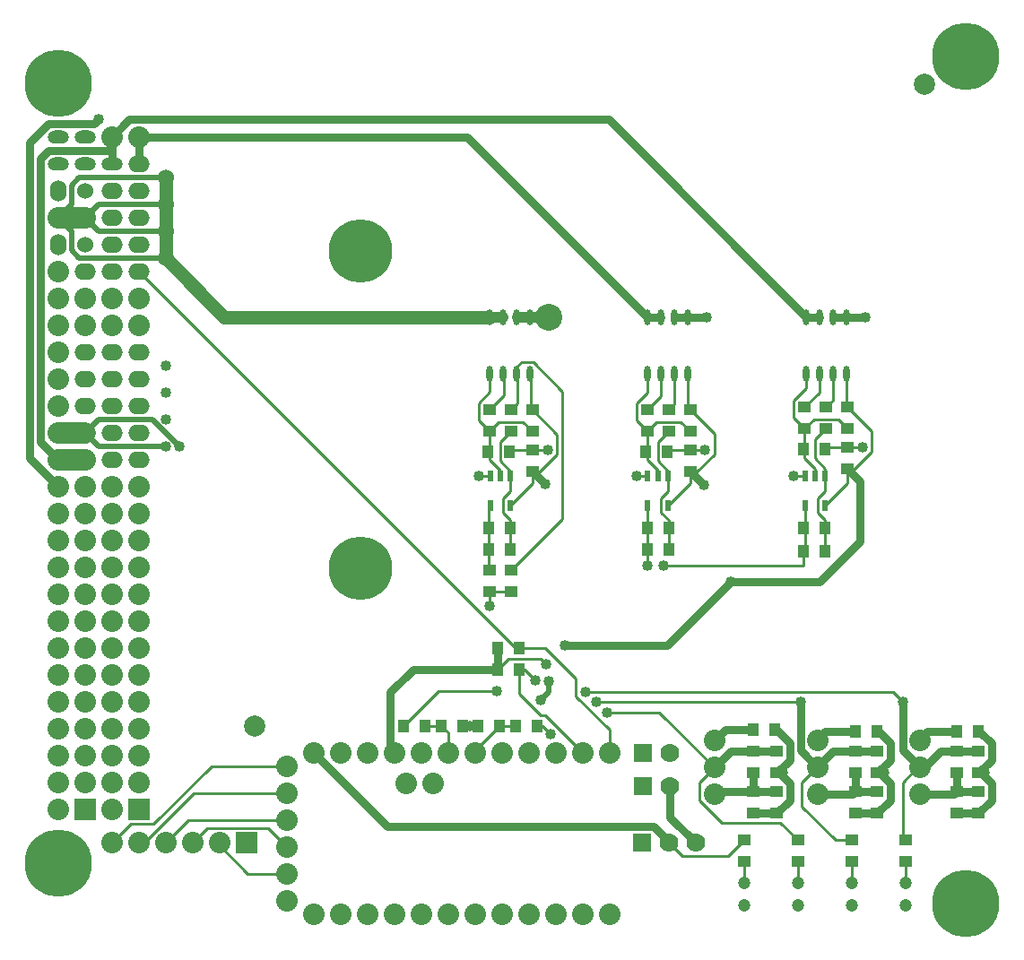
<source format=gtl>
G04 Layer_Physical_Order=1*
G04 Layer_Color=255*
%FSLAX25Y25*%
%MOIN*%
G70*
G01*
G75*
%ADD10R,0.05000X0.04000*%
%ADD11R,0.04000X0.05000*%
%ADD12R,0.02362X0.03937*%
%ADD13O,0.02362X0.05906*%
%ADD14C,0.01000*%
%ADD15C,0.03000*%
%ADD16C,0.05000*%
%ADD17C,0.04000*%
%ADD18C,0.02000*%
%ADD19C,0.08000*%
%ADD20R,0.07000X0.07000*%
%ADD21C,0.07000*%
%ADD22O,0.08000X0.05000*%
%ADD23O,0.06000X0.08000*%
%ADD24C,0.06000*%
%ADD25C,0.08000*%
%ADD26O,0.08000X0.06000*%
%ADD27R,0.08000X0.08000*%
%ADD28C,0.23622*%
%ADD29C,0.04724*%
%ADD30R,0.08000X0.08000*%
%ADD31C,0.04000*%
%ADD32C,0.07874*%
%ADD33C,0.10000*%
%ADD34C,0.25000*%
D10*
X-42500Y43500D02*
D03*
Y35500D02*
D03*
X-62500Y43500D02*
D03*
Y35500D02*
D03*
X-82500Y43500D02*
D03*
Y35500D02*
D03*
X-102500Y43500D02*
D03*
Y35500D02*
D03*
X-90500Y53500D02*
D03*
Y61500D02*
D03*
X-99000D02*
D03*
Y53500D02*
D03*
Y76500D02*
D03*
Y68500D02*
D03*
X-90500Y76500D02*
D03*
Y68500D02*
D03*
X-53000Y53500D02*
D03*
Y61500D02*
D03*
X-61000D02*
D03*
Y53500D02*
D03*
X-53000Y76500D02*
D03*
Y68500D02*
D03*
X-61000Y76500D02*
D03*
Y68500D02*
D03*
X-23500Y61500D02*
D03*
Y53500D02*
D03*
X-15500D02*
D03*
Y61500D02*
D03*
Y76500D02*
D03*
Y68500D02*
D03*
X-23500Y76500D02*
D03*
Y68500D02*
D03*
X-197158Y203500D02*
D03*
Y195500D02*
D03*
X-189157Y203500D02*
D03*
Y195500D02*
D03*
X-181158Y203500D02*
D03*
Y195500D02*
D03*
Y180500D02*
D03*
Y188500D02*
D03*
X-138500Y203500D02*
D03*
Y195500D02*
D03*
X-122500Y203500D02*
D03*
Y195500D02*
D03*
X-130500Y203500D02*
D03*
Y195500D02*
D03*
X-122500Y180500D02*
D03*
Y188500D02*
D03*
X-64000Y181500D02*
D03*
Y189500D02*
D03*
Y204500D02*
D03*
Y196500D02*
D03*
X-80000Y204500D02*
D03*
Y196500D02*
D03*
X-72000Y204500D02*
D03*
Y196500D02*
D03*
X-197000Y144000D02*
D03*
Y136000D02*
D03*
X-189000Y144000D02*
D03*
Y136000D02*
D03*
D11*
X-229000Y86000D02*
D03*
X-221000D02*
D03*
X-215000D02*
D03*
X-207000D02*
D03*
X-179500D02*
D03*
X-187500D02*
D03*
X-193500D02*
D03*
X-201500D02*
D03*
X-99000Y84500D02*
D03*
X-91000D02*
D03*
X-61000Y84000D02*
D03*
X-53000D02*
D03*
X-23500D02*
D03*
X-15500D02*
D03*
X-189657Y188000D02*
D03*
X-197658D02*
D03*
X-197500Y159500D02*
D03*
X-189500D02*
D03*
Y151500D02*
D03*
X-197500D02*
D03*
X-131000Y188000D02*
D03*
X-139000D02*
D03*
X-138500Y159500D02*
D03*
X-130500D02*
D03*
Y151500D02*
D03*
X-138500D02*
D03*
X-72500Y151000D02*
D03*
X-80500D02*
D03*
Y159500D02*
D03*
X-72500D02*
D03*
Y189000D02*
D03*
X-80500D02*
D03*
X-186000Y115000D02*
D03*
X-194000D02*
D03*
X-186000Y107000D02*
D03*
X-194000D02*
D03*
D12*
X-189417Y178913D02*
D03*
X-193157D02*
D03*
X-196898D02*
D03*
Y168087D02*
D03*
X-189417D02*
D03*
X-130760Y178913D02*
D03*
X-134500D02*
D03*
X-138240D02*
D03*
Y168087D02*
D03*
X-130760D02*
D03*
X-72260Y178913D02*
D03*
X-76000D02*
D03*
X-79740D02*
D03*
Y168087D02*
D03*
X-72260D02*
D03*
D13*
X-197000Y216870D02*
D03*
X-192000D02*
D03*
X-187000D02*
D03*
X-182000D02*
D03*
X-197000Y238130D02*
D03*
X-192000D02*
D03*
X-187000D02*
D03*
X-182000D02*
D03*
X-79500Y216870D02*
D03*
X-74500D02*
D03*
X-69500D02*
D03*
X-64500D02*
D03*
X-79500Y238130D02*
D03*
X-74500D02*
D03*
X-69500D02*
D03*
X-64500D02*
D03*
X-138500Y216870D02*
D03*
X-133500D02*
D03*
X-128500D02*
D03*
X-123500D02*
D03*
X-138500Y238130D02*
D03*
X-133500D02*
D03*
X-128500D02*
D03*
X-123500D02*
D03*
D14*
X-64000Y189500D02*
X-58500D01*
X-122500Y188500D02*
X-117000D01*
X-113500Y187050D02*
Y194500D01*
X-120050Y180500D02*
X-113500Y187050D01*
X-122500Y203500D02*
X-113500Y194500D01*
X-122500Y180500D02*
X-120050D01*
X-130500Y188500D02*
X-122500D01*
X-307000Y61000D02*
X-272500D01*
X-325500Y42500D02*
X-307000Y61000D01*
X-327500Y42500D02*
X-325500D01*
X-279500Y48000D02*
X-272500Y41000D01*
X-302000Y48000D02*
X-279500D01*
X-307500Y42500D02*
X-302000Y48000D01*
X-309000Y51000D02*
X-272500D01*
X-287000Y31000D02*
X-272500D01*
X-297500Y41500D02*
X-287000Y31000D01*
X-297500Y41500D02*
Y42500D01*
X-322000Y49500D02*
X-300500Y71000D01*
X-330500Y49500D02*
X-322000D01*
X-138240Y151760D02*
Y168087D01*
X-138500Y145500D02*
Y151500D01*
X-79740Y152260D02*
Y168087D01*
X-80500Y145500D02*
Y151500D01*
X-132500Y145500D02*
X-80500D01*
X-197000Y130500D02*
Y136000D01*
X-189000D01*
X-186658Y206000D02*
Y219843D01*
X-185177Y221323D01*
X-180889D01*
X-170000Y210433D01*
Y163000D02*
Y210433D01*
X-189000Y144000D02*
X-170000Y163000D01*
X-197500Y144500D02*
X-197000Y144000D01*
X-197500Y144500D02*
Y151500D01*
X-327500Y42500D02*
X-327050D01*
X-317500D02*
X-309000Y51000D01*
X-300500Y71000D02*
X-272500D01*
X-337500Y42500D02*
X-330500Y49500D01*
X-102500Y27500D02*
Y35500D01*
X-82500Y27500D02*
Y35500D01*
X-62500Y27500D02*
Y35500D01*
X-42500Y27500D02*
Y35500D01*
X-43500Y65000D02*
X-38000Y70500D01*
X-43500Y44500D02*
Y65000D01*
Y44500D02*
X-42500Y43500D01*
X-81000Y65000D02*
X-75500Y70500D01*
X-81000Y56000D02*
Y65000D01*
Y56000D02*
X-68500Y43500D01*
X-62500D01*
X-119000Y65000D02*
X-113500Y70500D01*
X-119000Y58222D02*
Y65000D01*
Y58222D02*
X-110778Y50000D01*
X-89000D01*
X-82500Y43500D01*
X-130500Y42500D02*
X-125500Y37500D01*
X-108500D01*
X-102500Y43500D01*
X-181658Y204000D02*
X-181158Y203500D01*
X-197000Y210279D02*
Y216870D01*
X-201157Y206121D02*
X-197000Y210279D01*
X-201157Y199500D02*
Y206121D01*
Y199500D02*
X-197158Y195500D01*
X-189157Y188500D02*
X-181158D01*
X-189417Y178913D02*
Y180760D01*
X-193157Y178913D02*
Y181000D01*
X-181158Y176347D02*
Y180500D01*
X-189417Y168087D02*
X-181158Y176347D01*
X-197158Y185000D02*
X-193157Y181000D01*
Y184500D02*
X-189417Y180760D01*
X-193157Y191500D02*
X-189157Y195500D01*
X-193157Y184500D02*
Y191500D01*
X-184658Y199000D02*
X-181158Y195500D01*
X-193658Y199000D02*
X-184658D01*
X-197158Y195500D02*
X-193658Y199000D01*
X-197158Y185000D02*
Y195500D01*
X-189157Y203500D02*
X-186658Y206000D01*
X-189417Y173357D02*
Y178913D01*
X-192098Y170676D02*
X-189417Y173357D01*
X-192098Y165497D02*
Y170676D01*
Y165497D02*
X-189417Y162816D01*
Y151583D02*
Y162816D01*
X-197500Y167484D02*
X-196898Y168087D01*
X-197500Y159500D02*
Y167484D01*
Y151500D02*
Y159500D01*
X-181158Y188500D02*
X-175500D01*
X-201000Y179000D02*
X-196984D01*
X-191657Y209000D02*
Y216870D01*
X-197158Y203500D02*
X-191657Y209000D01*
X-181158Y203500D02*
X-172000Y194343D01*
Y187050D02*
Y194343D01*
X-178550Y180500D02*
X-172000Y187050D01*
X-181158Y180500D02*
X-178550D01*
X-181658Y204000D02*
Y216870D01*
X-123500Y204500D02*
Y216870D01*
Y204500D02*
X-122500Y203500D01*
Y176347D02*
Y180500D01*
X-130760Y168087D02*
X-122500Y176347D01*
X-128500Y205500D02*
Y216870D01*
X-130500Y203500D02*
X-128500Y205500D01*
X-64500Y205000D02*
Y216870D01*
X-64000Y176347D02*
Y181500D01*
X-72260Y168087D02*
X-64000Y176347D01*
X-64500Y205000D02*
X-64000Y204500D01*
X-69500Y207000D02*
Y216870D01*
X-72000Y204500D02*
X-69500Y207000D01*
X-133500Y208500D02*
Y216870D01*
X-138500Y203500D02*
X-133500Y208500D01*
X-74500Y210000D02*
Y216870D01*
X-80000Y204500D02*
X-74500Y210000D01*
X-138500Y210121D02*
Y216870D01*
X-142500Y206121D02*
X-138500Y210121D01*
X-142500Y199500D02*
Y206121D01*
Y199500D02*
X-138500Y195500D01*
X-135000Y199000D01*
X-126000D01*
X-122500Y195500D01*
X-138500Y185000D02*
X-134500Y181000D01*
Y178913D02*
Y181000D01*
X-138500Y185000D02*
Y195500D01*
X-80000Y196500D02*
X-76500Y200000D01*
X-67500D01*
X-64000Y196500D01*
X-80000Y185500D02*
X-76000Y181500D01*
Y178913D02*
Y181500D01*
X-79500Y211621D02*
Y216870D01*
X-84000Y207121D02*
X-79500Y211621D01*
X-84000Y200500D02*
Y207121D01*
Y200500D02*
X-80000Y196500D01*
Y185500D02*
Y196500D01*
X-72000Y189500D02*
X-64000D01*
X-76000Y192500D02*
X-72000Y196500D01*
X-76000Y185500D02*
Y192500D01*
Y185500D02*
X-72260Y181760D01*
Y178913D02*
Y181760D01*
Y173357D02*
Y178913D01*
X-74941Y170676D02*
X-72260Y173357D01*
X-74941Y165497D02*
X-72260Y162816D01*
Y151740D02*
Y162816D01*
X-134500Y191500D02*
X-130500Y195500D01*
X-134500Y184500D02*
Y191500D01*
Y184500D02*
X-130760Y180760D01*
X-133441Y170676D02*
X-130760Y173357D01*
X-133441Y165441D02*
Y170676D01*
Y165441D02*
X-130500Y162500D01*
X-130760Y178913D02*
Y180760D01*
Y173357D02*
Y178913D01*
X-130500Y159500D02*
Y162500D01*
Y151500D02*
Y159500D01*
X-64000Y204500D02*
X-55000Y195500D01*
Y188050D02*
Y195500D01*
X-61550Y181500D02*
X-55000Y188050D01*
X-64000Y181500D02*
X-61550D01*
X-142413Y178913D02*
X-138240D01*
X-83913D02*
X-79740D01*
X-74941Y165497D02*
Y170676D01*
X-327500Y255000D02*
X-327379D01*
X-190500Y118121D01*
Y118000D02*
Y118121D01*
Y118000D02*
X-187500Y115000D01*
X-186000Y107000D02*
X-184000D01*
X-180000Y103000D01*
X-221000Y86000D02*
X-215000D01*
X-212500Y76000D02*
Y83500D01*
X-215000Y86000D02*
X-212500Y83500D01*
X-202500Y76000D02*
Y77000D01*
X-193500Y86000D01*
X-187500D01*
X-157500Y95000D02*
X-81500D01*
X-47000Y98500D02*
X-43500Y95000D01*
X-161500Y98500D02*
X-47000D01*
X-134000Y91000D02*
X-113500Y70500D01*
X-153500Y91000D02*
X-134000D01*
X-177500Y86000D02*
X-174500Y83000D01*
X-179500Y86000D02*
X-177500D01*
X-216000Y99000D02*
X-194500D01*
X-229000Y86000D02*
X-216000Y99000D01*
X-165000Y97050D02*
X-152500Y84550D01*
Y76000D02*
Y84550D01*
X-186000Y98000D02*
Y107000D01*
X-164000Y76000D02*
X-162500D01*
X-186000Y98000D02*
X-178000Y90000D01*
X-176500D01*
X-162500Y76000D01*
X-186000Y115000D02*
X-176500D01*
X-165000Y103500D01*
Y97050D02*
Y103500D01*
X-178000Y111000D02*
X-176000Y109000D01*
X-194000Y107000D02*
X-190000Y111000D01*
X-178000D01*
D15*
X-122500Y180500D02*
X-117500Y175500D01*
X-343900Y310000D02*
X-342400Y311500D01*
X-368000Y185500D02*
X-357500Y175000D01*
X-368000Y185500D02*
Y303071D01*
X-361071Y310000D01*
X-343900D01*
X-364000Y297071D02*
X-361071Y300000D01*
X-364000Y191500D02*
Y297071D01*
Y191500D02*
X-357500Y185000D01*
X-361071Y300000D02*
X-337500D01*
Y305000D01*
Y295000D02*
Y300000D01*
X-327500Y305000D02*
X-205370D01*
X-327500Y295000D02*
Y305000D01*
X-205370D02*
X-138500Y238130D01*
X-337500Y305000D02*
X-331000Y311500D01*
X-152870D01*
X-79500Y238130D01*
X-74500D01*
X-138500D02*
X-133500D01*
X-69370Y238000D02*
X-57500D01*
X-128370D02*
X-116500D01*
X-128500Y238130D02*
X-128370Y238000D01*
X-37000Y70500D02*
X-35500D01*
X-38000D02*
X-37000D01*
X-43500Y77000D02*
Y95000D01*
Y77000D02*
X-37000Y70500D01*
X-75250Y70750D02*
X-69500Y76500D01*
X-75500Y70500D02*
X-75250Y70750D01*
X-75000Y70500D01*
X-81500Y77000D02*
X-75250Y70750D01*
X-81500Y77000D02*
Y95000D01*
X-29500Y76500D02*
X-23500D01*
X-35500Y70500D02*
X-29500Y76500D01*
X-69500D02*
X-61000D01*
X-85500Y58464D02*
Y64535D01*
X-90465Y53500D02*
X-85500Y58464D01*
X-91000Y84500D02*
X-90465D01*
X-85500Y73465D02*
Y79536D01*
X-90465Y68500D02*
X-85500Y73465D01*
X-90465Y68500D02*
X-89464D01*
X-99000Y76500D02*
X-90500D01*
X-99000Y53500D02*
X-90500D01*
X-99000Y61500D02*
X-90500D01*
X-99000D02*
Y68500D01*
X-89464D02*
X-85500Y64535D01*
X-90465Y84500D02*
X-85500Y79536D01*
X-53000Y84000D02*
X-52464D01*
X-48000Y79536D01*
Y73465D02*
Y79536D01*
X-52965Y68500D02*
X-48000Y73465D01*
X-52965Y68500D02*
X-51964D01*
X-48000Y64535D01*
Y58464D02*
Y64535D01*
X-52965Y53500D02*
X-48000Y58464D01*
X-61000Y53500D02*
X-53000D01*
X-52965D01*
X-15500Y84000D02*
X-14965D01*
X-10500Y79536D01*
Y73465D02*
Y79536D01*
X-15464Y68500D02*
X-10500Y73465D01*
X-15464Y68500D02*
X-14465D01*
X-10500Y64535D01*
Y58464D02*
Y64535D01*
X-15464Y53500D02*
X-10500Y58464D01*
X-23500Y53500D02*
X-15500D01*
X-15464D01*
X-113500Y60500D02*
X-112500Y61500D01*
X-99000D01*
X-113500Y70500D02*
X-107500Y76500D01*
X-99000D01*
X-61000D02*
X-53000D01*
X-75500Y60500D02*
X-62000D01*
X-61000Y61500D01*
X-53000D01*
X-61000D02*
Y68500D01*
X-75500Y80500D02*
Y81000D01*
X-113500Y80500D02*
X-109500Y84500D01*
X-99000D01*
X-75500Y81000D02*
X-72500Y84000D01*
X-61000D01*
X-38000Y80500D02*
X-34500Y84000D01*
X-23500D01*
Y76500D02*
X-15500D01*
X-38000Y60500D02*
X-24500D01*
X-23500Y61500D01*
Y68500D01*
Y61500D02*
X-15500D01*
X-130000Y52000D02*
Y63500D01*
Y52000D02*
X-120500Y42500D01*
X-194000Y107000D02*
Y115000D01*
X-262500Y76000D02*
X-235000Y48500D01*
X-135965D01*
X-130500Y43036D01*
Y42500D02*
Y43036D01*
X-225500Y107000D02*
X-194000D01*
X-234000Y77500D02*
X-232500Y76000D01*
X-234000Y77500D02*
Y98500D01*
X-225500Y107000D01*
X-181158Y180500D02*
X-176500Y175842D01*
X-169000Y116000D02*
X-131000D01*
X-107500Y139500D01*
X-74500D01*
X-59500Y154500D01*
Y177000D01*
X-64000Y181500D02*
X-59500Y177000D01*
D16*
X-317500Y260000D02*
Y290000D01*
X-295630Y238130D02*
X-197000D01*
X-317500Y260000D02*
X-295630Y238130D01*
D17*
X-197000D02*
X-192000D01*
X-186870Y238000D02*
X-175000D01*
D18*
X-349571Y260000D02*
X-317500D01*
X-357500Y275000D02*
X-352500Y280000D01*
X-347500Y275000D02*
X-342500Y270000D01*
X-347500Y275000D02*
X-342500Y280000D01*
X-317500D01*
X-342500Y270000D02*
X-317500D01*
X-352500Y280000D02*
Y287071D01*
X-349571Y290000D01*
X-317500D01*
X-352500Y262929D02*
X-349571Y260000D01*
X-357500Y275000D02*
X-352500Y270000D01*
Y262929D02*
Y270000D01*
X-322500Y200000D02*
X-312500Y190000D01*
X-342500Y200000D02*
X-322500D01*
X-342500Y190000D02*
X-317500D01*
X-347500Y195000D02*
X-342500Y200000D01*
X-347500Y195000D02*
X-342500Y190000D01*
X-207000Y86000D02*
X-201500D01*
X-175000Y98500D02*
Y102500D01*
X-178000Y95500D02*
X-175000Y98500D01*
D19*
X-357500Y275000D02*
X-347500D01*
X-357500Y185000D02*
X-347500D01*
X-357500Y195000D02*
X-347500D01*
D20*
X-140000Y76000D02*
D03*
Y63500D02*
D03*
X-140500Y42500D02*
D03*
D21*
X-130000Y76000D02*
D03*
Y63500D02*
D03*
X-130500Y42500D02*
D03*
X-120500Y42500D02*
D03*
D22*
X-347500Y305000D02*
D03*
X-357500D02*
D03*
Y295000D02*
D03*
X-347500D02*
D03*
X-337500D02*
D03*
D23*
X-357500Y285000D02*
D03*
Y265000D02*
D03*
D24*
X-347500Y285000D02*
D03*
Y265000D02*
D03*
X-317500Y280000D02*
D03*
Y270000D02*
D03*
Y290000D02*
D03*
Y260000D02*
D03*
D25*
X-357500Y275000D02*
D03*
X-347500D02*
D03*
X-357500Y255000D02*
D03*
Y245000D02*
D03*
X-347500D02*
D03*
X-357500Y235000D02*
D03*
X-347500D02*
D03*
X-357500Y225000D02*
D03*
Y215000D02*
D03*
Y205000D02*
D03*
Y195000D02*
D03*
Y185000D02*
D03*
X-347500D02*
D03*
X-357500Y175000D02*
D03*
X-347500D02*
D03*
X-357500Y165000D02*
D03*
X-347500D02*
D03*
X-357500Y155000D02*
D03*
X-347500D02*
D03*
X-357500Y145000D02*
D03*
X-347500D02*
D03*
X-357500Y135000D02*
D03*
X-347500D02*
D03*
X-357500Y125000D02*
D03*
X-347500D02*
D03*
X-357500Y115000D02*
D03*
X-347500D02*
D03*
X-357500Y105000D02*
D03*
X-347500D02*
D03*
X-357500Y95000D02*
D03*
X-347500D02*
D03*
X-357500Y85000D02*
D03*
X-347500D02*
D03*
X-357500Y75000D02*
D03*
X-347500D02*
D03*
X-357500Y65000D02*
D03*
X-347500D02*
D03*
X-357500Y55000D02*
D03*
X-327500Y305000D02*
D03*
X-337500D02*
D03*
Y245000D02*
D03*
X-327500D02*
D03*
X-337500Y235000D02*
D03*
X-327500D02*
D03*
X-337500Y175000D02*
D03*
X-327500D02*
D03*
X-337500Y165000D02*
D03*
X-327500D02*
D03*
X-337500Y155000D02*
D03*
X-327500D02*
D03*
X-337500Y145000D02*
D03*
X-327500D02*
D03*
X-337500Y135000D02*
D03*
X-327500D02*
D03*
X-337500Y125000D02*
D03*
X-327500D02*
D03*
X-337500Y115000D02*
D03*
X-327500D02*
D03*
X-337500Y105000D02*
D03*
X-327500D02*
D03*
X-337500Y95000D02*
D03*
X-327500D02*
D03*
X-337500Y85000D02*
D03*
X-327500D02*
D03*
X-337500Y75000D02*
D03*
X-327500D02*
D03*
X-337500Y65000D02*
D03*
X-327500D02*
D03*
X-337500Y55000D02*
D03*
Y42500D02*
D03*
X-327500D02*
D03*
X-317500D02*
D03*
X-307500D02*
D03*
X-297500D02*
D03*
X-113500Y60500D02*
D03*
Y70500D02*
D03*
Y80500D02*
D03*
X-75000Y60500D02*
D03*
Y70500D02*
D03*
Y80500D02*
D03*
X-37000Y60500D02*
D03*
Y70500D02*
D03*
Y80500D02*
D03*
X-272500Y71000D02*
D03*
Y61000D02*
D03*
Y51000D02*
D03*
Y41000D02*
D03*
Y31000D02*
D03*
Y21000D02*
D03*
X-218000Y64500D02*
D03*
X-228000D02*
D03*
X-152500Y76000D02*
D03*
X-162500D02*
D03*
X-172500D02*
D03*
X-182500D02*
D03*
X-192500D02*
D03*
X-202500D02*
D03*
X-212500D02*
D03*
X-222500D02*
D03*
X-232500D02*
D03*
X-242500D02*
D03*
X-252500D02*
D03*
X-262500D02*
D03*
X-152500Y16000D02*
D03*
X-162500D02*
D03*
X-172500D02*
D03*
X-182500D02*
D03*
X-192500D02*
D03*
X-202500D02*
D03*
X-212500D02*
D03*
X-222500D02*
D03*
X-232500D02*
D03*
X-242500D02*
D03*
X-252500D02*
D03*
X-262500D02*
D03*
D26*
X-347500Y255000D02*
D03*
Y225000D02*
D03*
Y215000D02*
D03*
Y205000D02*
D03*
Y195000D02*
D03*
X-327500Y295000D02*
D03*
X-337500Y285000D02*
D03*
X-327500D02*
D03*
X-337500Y275000D02*
D03*
X-327500D02*
D03*
X-337500Y265000D02*
D03*
X-327500D02*
D03*
X-337500Y255000D02*
D03*
X-327500D02*
D03*
X-337500Y225000D02*
D03*
X-327500D02*
D03*
X-337500Y215000D02*
D03*
X-327500D02*
D03*
X-337500Y205000D02*
D03*
X-327500D02*
D03*
X-337500Y195000D02*
D03*
X-327500D02*
D03*
X-337500Y185000D02*
D03*
X-327500D02*
D03*
D27*
X-347500Y55000D02*
D03*
X-327500D02*
D03*
D28*
X-245071Y262760D02*
D03*
Y144650D02*
D03*
D29*
X-102500Y19232D02*
D03*
Y27500D02*
D03*
X-82500Y19232D02*
D03*
Y27500D02*
D03*
X-62500Y19232D02*
D03*
Y27500D02*
D03*
X-42500Y19232D02*
D03*
Y27500D02*
D03*
D30*
X-287500Y42500D02*
D03*
D31*
X-117000Y188500D02*
D03*
X-58500Y189500D02*
D03*
X-342400Y311500D02*
D03*
X-317500Y200000D02*
D03*
X-312500Y190000D02*
D03*
X-317500D02*
D03*
Y210000D02*
D03*
Y220000D02*
D03*
X-57500Y238000D02*
D03*
X-116500D02*
D03*
X-43500Y95000D02*
D03*
X-81500D02*
D03*
X-132500Y145500D02*
D03*
X-138500D02*
D03*
X-197000Y130500D02*
D03*
X-88000Y68500D02*
D03*
X-50500D02*
D03*
X-13000D02*
D03*
X-201000Y179000D02*
D03*
X-175500Y188500D02*
D03*
X-142500Y179000D02*
D03*
X-84000D02*
D03*
X-180000Y103000D02*
D03*
X-204250Y86000D02*
D03*
X-174500Y83000D02*
D03*
X-157500Y95000D02*
D03*
X-161500Y98500D02*
D03*
X-153500Y91000D02*
D03*
X-194500Y99000D02*
D03*
X-175000Y102500D02*
D03*
X-178000Y95500D02*
D03*
X-197158Y195500D02*
D03*
X-138500D02*
D03*
X-80000Y196500D02*
D03*
X-176000Y109000D02*
D03*
X-169000Y116000D02*
D03*
X-107500Y139500D02*
D03*
X-117500Y175500D02*
D03*
X-176500Y175842D02*
D03*
X-349500Y30000D02*
D03*
Y40000D02*
D03*
X-365500Y30000D02*
D03*
Y40000D02*
D03*
X-357500Y25500D02*
D03*
Y44500D02*
D03*
X-349500Y320000D02*
D03*
Y330000D02*
D03*
X-365500Y320000D02*
D03*
Y330000D02*
D03*
X-357500Y315500D02*
D03*
Y334500D02*
D03*
X-12000Y330000D02*
D03*
Y340000D02*
D03*
X-28000Y330000D02*
D03*
Y340000D02*
D03*
X-20000Y325500D02*
D03*
Y344500D02*
D03*
X-12000Y15000D02*
D03*
Y25000D02*
D03*
X-28000Y15000D02*
D03*
Y25000D02*
D03*
X-20000Y10500D02*
D03*
Y29500D02*
D03*
D32*
X-35500Y324500D02*
D03*
X-284500Y86000D02*
D03*
D33*
X-175000Y238000D02*
D03*
D34*
X-357500Y325000D02*
D03*
X-20000Y20000D02*
D03*
X-357500Y35000D02*
D03*
X-20000Y335000D02*
D03*
M02*

</source>
